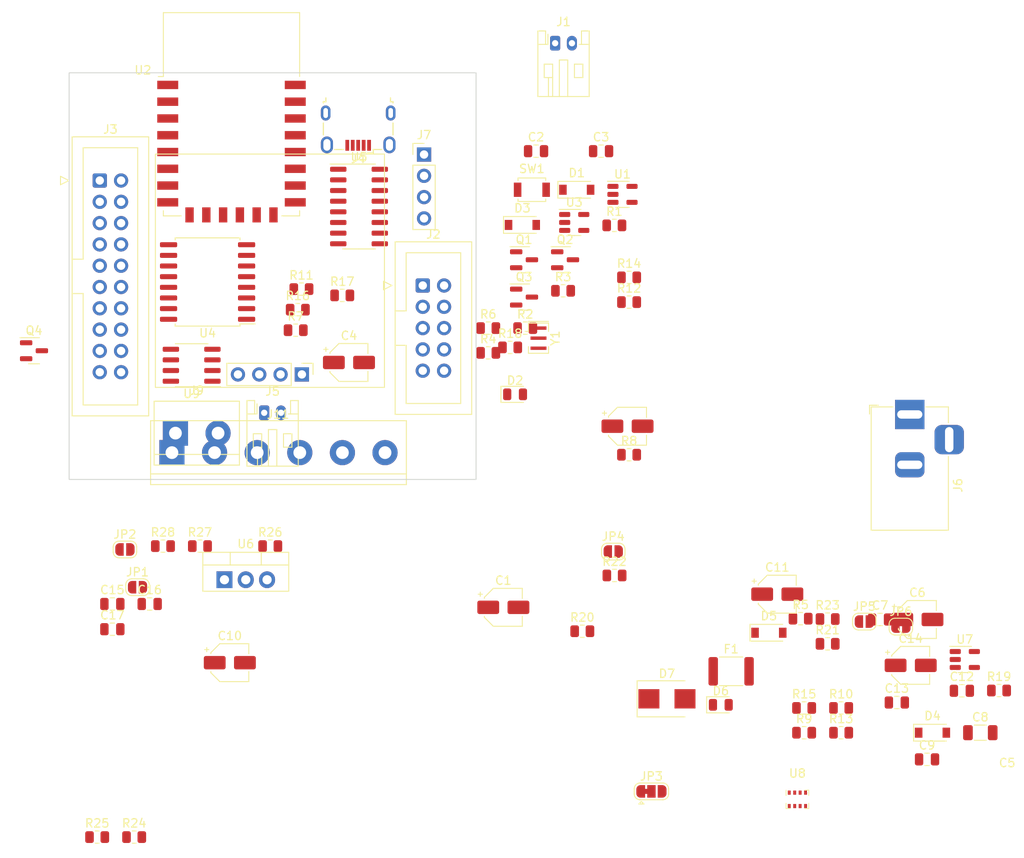
<source format=kicad_pcb>
(kicad_pcb (version 20211014) (generator pcbnew)
  (layers (0 "F.Cu" signal) (31 "B.Cu" signal) (34 "B.Paste" user) (35 "F.Paste" user) (36 "B.SilkS" user "B.Silkscreen") (37 "F.SilkS" user "F.Silkscreen") (38 "B.Mask" user) (39 "F.Mask" user) (44 "Edge.Cuts" user))
  (net 0 "")
  (net 1 "GND")
  (net 2 "/CPU_ESP12F/GPIO12{slash}MISO")
  (net 3 "/CPU_ESP12F/GPIO13{slash}MOSI")
  (net 4 "/CPU_ESP12F/GPIO14{slash}SCK")
  (net 5 "Net-(C2-Pad1)")
  (net 6 "/CPU_ESP12F/GPIO0")
  (net 7 "/CPU_ESP12F/RESET")
  (net 8 "/CPU_ESP12F/GPIO2")
  (net 9 "/CPU_ESP12F/RXD")
  (net 10 "/CPU_ESP12F/ADC")
  (net 11 "/CPU_ESP12F/CH_PD")
  (net 12 "/CPU_ESP12F/GPIO16")
  (net 19 "/CPU_ESP12F/GPIO15")
  (net 20 "Net-(Q2-Pad1)")
  (net 21 "Net-(Q3-Pad1)")
  (net 22 "/psu/VBAT")
  (net 23 "/CPU_ESP12F/GPIO15{slash}CS")
  (net 29 "/psu/VBUS")
  (net 30 "Net-(D1-Pad2)")
  (net 32 "Net-(D2-Pad1)")
  (net 33 "Net-(D3-Pad2)")
  (net 34 "Net-(U5-Pad7)")
  (net 35 "Net-(U5-Pad8)")
  (net 36 "Net-(D4-Pad2)")
  (net 37 "Net-(D5-Pad1)")
  (net 38 "Net-(D6-Pad1)")
  (net 39 "Net-(J4-Pad2)")
  (net 40 "Net-(J4-Pad3)")
  (net 41 "Net-(R3-Pad2)")
  (net 42 "Net-(R4-Pad1)")
  (net 43 "Net-(R5-Pad1)")
  (net 44 "Net-(R18-Pad1)")
  (net 45 "Net-(C1-Pad1)")
  (net 46 "Net-(C12-Pad1)")
  (net 47 "Net-(R19-Pad2)")
  (net 48 "/psu/EVCC")
  (net 49 "/CPU_ESP12F/TXD")
  (net 50 "/CPU_ESP12F/USB_RX")
  (net 51 "/CPU_ESP12F/GPIO5{slash}SCL")
  (net 52 "/CPU_ESP12F/GPIO4{slash}SDA")
  (net 53 "/CPU_ESP12F/DTR")
  (net 54 "/CPU_ESP12F/RTS")
  (net 55 "/CPU_ESP12F/VCC")
  (net 57 "Net-(J3-Pad7)")
  (net 58 "Net-(J3-Pad8)")
  (net 59 "Net-(J3-Pad10)")
  (net 60 "Net-(J3-Pad11)")
  (net 61 "Net-(J3-Pad12)")
  (net 62 "/EXTENTION/M3V3")
  (net 63 "/EXTENTION/M5V")
  (net 64 "Net-(J3-Pad13)")
  (net 65 "Net-(J3-Pad15)")
  (net 66 "Net-(J3-Pad16)")
  (net 67 "Net-(J3-Pad18)")
  (net 68 "Net-(J3-Pad19)")
  (net 69 "Net-(JP3-Pad1)")
  (net 70 "Net-(JP4-Pad2)")
  (net 71 "Net-(JP5-Pad2)")
  (net 72 "Net-(JP6-Pad2)")
  (net 73 "Net-(Q4-Pad1)")
  (net 74 "/EXTENTION/SDA")
  (net 75 "/EXTENTION/SCL")
  (net 76 "Net-(Q4-Pad3)")
  (net 77 "Net-(R20-Pad2)")
  (net 79 "/EXTENTION/GPIO12")
  (net 86 "/EXTENTION/GPIO15")
  (net 87 "/EXTENTION/GPIO14")
  (net 88 "/EXTENTION/GPIO13")
  (footprint "Capacitor_SMD:C_1206_3216Metric" (layer "F.Cu") (at 197.45 114.35)
    (fp_text reference "C8" (at 0 -1.85) (layer "F.SilkS"))
    (fp_text value "10uf")
    (pad "1" smd roundrect (at -1.475 0) (size 1.15 1.8) (layers "F.Cu" "F.Paste" "F.Mask") (roundrect_rratio 0.217391) (net 55 "/CPU_ESP12F/VCC"))
    (pad "2" smd roundrect (at 1.475 0) (size 1.15 1.8) (layers "F.Cu" "F.Paste" "F.Mask") (roundrect_rratio 0.217391) (net 1 "GND"))
  )
  (footprint "Connector_JST:JST_PH_S2B-PH-K_1x02_P2.00mm_Horizontal" (layer "F.Cu") (at 146.775 32.125)
    (fp_text reference "J1" (at 1 -2.55) (layer "F.SilkS"))
    (fp_text value "PV")
    (pad "1" thru_hole roundrect (at 0 0) (size 1.2 1.75) (drill 0.75) (layers *.Cu *.Mask) (roundrect_rratio 0.208333) (net 1 "GND"))
    (pad "2" thru_hole oval (at 2 0) (size 1.2 1.75) (drill 0.75) (layers *.Cu *.Mask) (net 30 "Net-(D1-Pad2)"))
  )
  (footprint "Resistor_SMD:R_0805_2012Metric" (layer "F.Cu") (at 100.03 92.1)
    (fp_text reference "R28" (at 0 -1.65) (layer "F.SilkS"))
    (fp_text value "4K7")
    (pad "1" smd roundrect (at -0.9125 0) (size 1.025 1.4) (layers "F.Cu" "F.Paste" "F.Mask") (roundrect_rratio 0.243902) (net 62 "/EXTENTION/M3V3"))
    (pad "2" smd roundrect (at 0.9125 0) (size 1.025 1.4) (layers "F.Cu" "F.Paste" "F.Mask") (roundrect_rratio 0.243902) (net 87 "/EXTENTION/GPIO14"))
  )
  (footprint "Capacitor_SMD:CP_Elec_4x4.5" (layer "F.Cu") (at 122.2 70.2)
    (fp_text reference "C4" (at 0 -3.2) (layer "F.SilkS"))
    (fp_text value "10UF")
    (pad "1" smd roundrect (at -1.8 0) (size 2.6 1.6) (layers "F.Cu" "F.Paste" "F.Mask") (roundrect_rratio 0.15625) (net 55 "/CPU_ESP12F/VCC"))
    (pad "2" smd roundrect (at 1.8 0) (size 2.6 1.6) (layers "F.Cu" "F.Paste" "F.Mask") (roundrect_rratio 0.15625) (net 1 "GND"))
  )
  (footprint "Button_Switch_SMD:SW_SPST_B3U-1000P-B" (layer "F.Cu") (at 144 49.6)
    (fp_text reference "SW1" (at 0 -2.5) (layer "F.SilkS"))
    (fp_text value "SW_Push")
    (pad "" np_thru_hole circle (at 0 0) (size 0.8 0.8) (drill 0.8) (layers *.Cu *.Mask))
    (pad "1" smd rect (at -1.7 0) (size 0.9 1.7) (layers "F.Cu" "F.Paste" "F.Mask") (net 1 "GND"))
    (pad "2" smd rect (at 1.7 0) (size 0.9 1.7) (layers "F.Cu" "F.Paste" "F.Mask") (net 7 "/CPU_ESP12F/RESET"))
  )
  (footprint "Diode_SMD:D_SOD-123" (layer "F.Cu") (at 149.35 49.6)
    (fp_text reference "D1" (at 0 -2) (layer "F.SilkS"))
    (fp_text value "MBR0540")
    (pad "1" smd rect (at -1.65 0) (size 0.9 1.2) (layers "F.Cu" "F.Paste" "F.Mask") (net 29 "/psu/VBUS"))
    (pad "2" smd rect (at 1.65 0) (size 0.9 1.2) (layers "F.Cu" "F.Paste" "F.Mask") (net 30 "Net-(D1-Pad2)"))
  )
  (footprint "Package_TO_SOT_SMD:SOT-23" (layer "F.Cu") (at 147.96 57.95)
    (fp_text reference "Q2" (at 0 -2.4) (layer "F.SilkS"))
    (fp_text value "MMBT3904")
    (pad "1" smd roundrect (at -0.9375 -0.95) (size 1.475 0.6) (layers "F.Cu" "F.Paste" "F.Mask") (net 20 "Net-(Q2-Pad1)"))
    (pad "2" smd roundrect (at -0.9375 0.95) (size 1.475 0.6) (layers "F.Cu" "F.Paste" "F.Mask") (net 53 "/CPU_ESP12F/DTR"))
    (pad "3" smd roundrect (at 0.9375 0) (size 1.475 0.6) (layers "F.Cu" "F.Paste" "F.Mask") (net 6 "/CPU_ESP12F/GPIO0"))
  )
  (footprint "Resistor_SMD:R_0805_2012Metric" (layer "F.Cu") (at 115.85 66.35)
    (fp_text reference "R7" (at 0 -1.65) (layer "F.SilkS"))
    (fp_text value "4K7")
    (pad "1" smd roundrect (at -0.9125 0) (size 1.025 1.4) (layers "F.Cu" "F.Paste" "F.Mask") (roundrect_rratio 0.243902) (net 19 "/CPU_ESP12F/GPIO15"))
    (pad "2" smd roundrect (at 0.9125 0) (size 1.025 1.4) (layers "F.Cu" "F.Paste" "F.Mask") (roundrect_rratio 0.243902) (net 1 "GND"))
  )
  (footprint "Resistor_SMD:R_0805_2012Metric" (layer "F.Cu") (at 153.85 95.6)
    (fp_text reference "R22" (at 0 -1.65) (layer "F.SilkS"))
    (fp_text value "4K7")
    (pad "1" smd roundrect (at -0.9125 0) (size 1.025 1.4) (layers "F.Cu" "F.Paste" "F.Mask") (roundrect_rratio 0.243902) (net 59 "Net-(J3-Pad10)"))
    (pad "2" smd roundrect (at 0.9125 0) (size 1.025 1.4) (layers "F.Cu" "F.Paste" "F.Mask") (roundrect_rratio 0.243902) (net 58 "Net-(J3-Pad8)"))
  )
  (footprint "Package_TO_SOT_THT:TO-220-3_Vertical" (layer "F.Cu") (at 107.36 96.11)
    (fp_text reference "U6" (at 2.54 -4.27) (layer "F.SilkS"))
    (fp_text value "LM7805_TO220")
    (pad "1" thru_hole rect (at 0 0) (size 1.905 2) (drill 1.1) (layers *.Cu *.Mask) (net 33 "Net-(D3-Pad2)"))
    (pad "2" thru_hole oval (at 2.54 0) (size 1.905 2) (drill 1.1) (layers *.Cu *.Mask) (net 1 "GND"))
    (pad "3" thru_hole oval (at 5.08 0) (size 1.905 2) (drill 1.1) (layers *.Cu *.Mask) (net 29 "/psu/VBUS"))
  )
  (footprint "Connector_PinHeader_2.54mm:PinHeader_1x04_P2.54mm_Vertical" (layer "F.Cu") (at 101.35 73.25 -90)
    (fp_text reference "J8" hide)
    (fp_text value "oled0.95")
    (pad "1" thru_hole rect (at -1.625632 -15.24 270) (size 1.7 1.7) (drill 1) (layers *.Cu *.Mask) (net 62 "/EXTENTION/M3V3"))
    (pad "2" thru_hole oval (at -1.625632 -12.7 270) (size 1.7 1.7) (drill 1) (layers *.Cu *.Mask) (net 1 "GND"))
    (pad "3" thru_hole oval (at -1.625632 -10.16 270) (size 1.7 1.7) (drill 1) (layers *.Cu *.Mask) (net 75 "/EXTENTION/SCL"))
    (pad "4" thru_hole oval (at -1.625632 -7.62 270) (size 1.7 1.7) (drill 1) (layers *.Cu *.Mask) (net 74 "/EXTENTION/SDA"))
  )
  (footprint "Jumper:SolderJumper-3_P1.3mm_Bridged12_RoundedPad1.0x1.5mm" (layer "F.Cu") (at 158.25 121.35)
    (fp_text reference "JP3" (at 0 -1.8) (layer "F.SilkS"))
    (fp_text value "BMP_ADD")
    (fp_poly (pts (xy -0.9 -0.3) (xy -0.4 -0.3) (xy -0.4 0.3) (xy -0.9 0.3)) (layer "F.Cu") (width 0) (fill solid))
    (pad "1" smd custom (at -1.3 0) (size 1 0.5) (layers "F.Cu" "F.Mask") (net 69 "Net-(JP3-Pad1)") (options (clearance outline) (anchor rect)) (primitives (gr_circle (center 0 0.25) (end 0.5 0.25) (width 0) (fill yes)) (gr_circle (center 0 -0.25) (end 0.5 -0.25) (width 0) (fill yes)) (gr_poly (pts (xy 0.55 0.75) (xy 0 0.75) (xy 0 -0.75) (xy 0.55 -0.75)) (width 0) (fill yes))))
    (pad "2" smd rect (at 0 0) (size 1 1.5) (layers "F.Cu" "F.Mask") (net 1 "GND"))
    (pad "3" smd custom (at 1.3 0) (size 1 0.5) (layers "F.Cu" "F.Mask") (net 62 "/EXTENTION/M3V3") (options (clearance outline) (anchor rect)) (primitives (gr_circle (center 0 0.25) (end 0.5 0.25) (width 0) (fill yes)) (gr_circle (center 0 -0.25) (end 0.5 -0.25) (width 0) (fill yes)) (gr_poly (pts (xy 0 0.75) (xy -0.55 0.75) (xy -0.55 -0.75) (xy 0 -0.75)) (width 0) (fill yes))))
  )
  (footprint "Package_LGA:Bosch_LGA-8_2x2.5mm_P0.65mm_ClockwisePinNumbering" (layer "F.Cu") (at 175.65 122.3)
    (fp_text reference "U8" (at 0 -3.1) (layer "F.SilkS"))
    (fp_text value "BMP280")
    (pad "1" smd rect (at -0.975 -0.8 90) (size 0.5 0.35) (layers "F.Cu" "F.Paste" "F.Mask") (net 1 "GND"))
    (pad "2" smd rect (at -0.325 -0.8 90) (size 0.5 0.35) (layers "F.Cu" "F.Paste" "F.Mask") (net 62 "/EXTENTION/M3V3"))
    (pad "3" smd rect (at 0.325 -0.8 90) (size 0.5 0.35) (layers "F.Cu" "F.Paste" "F.Mask") (net 74 "/EXTENTION/SDA"))
    (pad "4" smd rect (at 0.975 -0.8 90) (size 0.5 0.35) (layers "F.Cu" "F.Paste" "F.Mask") (net 75 "/EXTENTION/SCL"))
    (pad "5" smd rect (at 0.975 0.8 90) (size 0.5 0.35) (layers "F.Cu" "F.Paste" "F.Mask") (net 69 "Net-(JP3-Pad1)"))
    (pad "6" smd rect (at 0.325 0.8 90) (size 0.5 0.35) (layers "F.Cu" "F.Paste" "F.Mask") (net 62 "/EXTENTION/M3V3"))
    (pad "7" smd rect (at -0.325 0.8 90) (size 0.5 0.35) (layers "F.Cu" "F.Paste" "F.Mask") (net 1 "GND"))
    (pad "8" smd rect (at -0.975 0.8 90) (size 0.5 0.35) (layers "F.Cu" "F.Paste" "F.Mask") (net 62 "/EXTENTION/M3V3"))
  )
  (footprint "Capacitor_SMD:CP_Elec_4x4.5" (layer "F.Cu") (at 189.15 106.32)
    (fp_text reference "C14" (at 0 -3.2) (layer "F.SilkS"))
    (fp_text value "10UF")
    (pad "1" smd roundrect (at -1.8 0) (size 2.6 1.6) (layers "F.Cu" "F.Paste" "F.Mask") (roundrect_rratio 0.15625) (net 48 "/psu/EVCC"))
    (pad "2" smd roundrect (at 1.8 0) (size 2.6 1.6) (layers "F.Cu" "F.Paste" "F.Mask") (roundrect_rratio 0.15625) (net 1 "GND"))
  )
  (footprint "Capacitor_SMD:C_0805_2012Metric" (layer "F.Cu") (at 185.5 100.85)
    (fp_text reference "C7" (at 0 -1.68) (layer "F.SilkS"))
    (fp_text value "10NF")
    (pad "1" smd roundrect (at -0.95 0) (size 1 1.45) (layers "F.Cu" "F.Paste" "F.Mask") (net 10 "/CPU_ESP12F/ADC"))
    (pad "2" smd roundrect (at 0.95 0) (size 1 1.45) (layers "F.Cu" "F.Paste" "F.Mask") (net 1 "GND"))
  )
  (footprint "Diode_SMD:D_SOD-123" (layer "F.Cu") (at 191.75 114.35)
    (fp_text reference "D4" (at 0 -2) (layer "F.SilkS"))
    (fp_text value "1N4148W")
    (pad "1" smd rect (at -1.65 0) (size 0.9 1.2) (layers "F.Cu" "F.Paste" "F.Mask") (net 29 "/psu/VBUS"))
    (pad "2" smd rect (at 1.65 0) (size 0.9 1.2) (layers "F.Cu" "F.Paste" "F.Mask") (net 36 "Net-(D4-Pad2)"))
  )
  (footprint "Jumper:SolderJumper-2_P1.3mm_Open_RoundedPad1.0x1.5mm" (layer "F.Cu") (at 153.7 92.75)
    (fp_text reference "JP4" (at 0 -1.8) (layer "F.SilkS"))
    (fp_text value "SolderJumper_2_Open")
    (pad "1" smd custom (at -0.65 0) (size 1 0.5) (layers "F.Cu" "F.Mask") (net 1 "GND") (options (clearance outline) (anchor rect)) (primitives (gr_circle (center 0 0.25) (end 0.5 0.25) (width 0) (fill yes)) (gr_circle (center 0 -0.25) (end 0.5 -0.25) (width 0) (fill yes)) (gr_poly (pts (xy 0.5 0.75) (xy 0 0.75) (xy 0 -0.75) (xy 0.5 -0.75)) (width 0) (fill yes))))
    (pad "2" smd custom (at 0.65 0) (size 1 0.5) (layers "F.Cu" "F.Mask") (net 70 "Net-(JP4-Pad2)") (options (clearance outline) (anchor rect)) (primitives (gr_circle (center 0 0.25) (end 0.5 0.25) (width 0) (fill yes)) (gr_circle (center 0 -0.25) (end 0.5 -0.25) (width 0) (fill yes)) (gr_poly (pts (xy 0 0.75) (xy -0.5 0.75) (xy -0.5 -0.75) (xy 0 -0.75)) (width 0) (fill yes))))
  )
  (footprint "Diode_SMD:D_SOD-123" (layer "F.Cu") (at 172.25 102.43)
    (fp_text reference "D5" (at 0 -2) (layer "F.SilkS"))
    (fp_text value "MBR0540")
    (pad "1" smd rect (at -1.65 0) (size 0.9 1.2) (layers "F.Cu" "F.Paste" "F.Mask") (net 37 "Net-(D5-Pad1)"))
    (pad "2" smd rect (at 1.65 0) (size 0.9 1.2) (layers "F.Cu" "F.Paste" "F.Mask") (net 29 "/psu/VBUS"))
  )
  (footprint "Resistor_SMD:R_0805_2012Metric" (layer "F.Cu") (at 176.03 100.75)
    (fp_text reference "R5" (at 0 -1.65) (layer "F.SilkS"))
    (fp_text value "4K7")
    (pad "1" smd roundrect (at -0.9125 0) (size 1.025 1.4) (layers "F.Cu" "F.Paste" "F.Mask") (roundrect_rratio 0.243902) (net 43 "Net-(R5-Pad1)"))
    (pad "2" smd roundrect (at 0.9125 0) (size 1.025 1.4) (layers "F.Cu" "F.Paste" "F.Mask") (roundrect_rratio 0.243902) (net 38 "Net-(D6-Pad1)"))
  )
  (footprint "Connector_BarrelJack:BarrelJack_Horizontal" (layer "F.Cu") (at 189.0425 76.4 90)
    (fp_text reference "J6" (at -8.45 5.75 90) (layer "F.SilkS"))
    (fp_text value "5V ONLY!!")
    (pad "1" thru_hole rect (at 0 0 90) (size 3.5 3.5) (drill oval 1 3) (layers *.Cu *.Mask) (net 33 "Net-(D3-Pad2)"))
    (pad "2" thru_hole roundrect (at -6 0 90) (size 3 3.5) (drill oval 1 3) (layers *.Cu *.Mask) (net 1 "GND"))
    (pad "3" thru_hole roundrect (at -3 4.7 90) (size 3.5 3.5) (drill oval 3 1) (layers *.Cu *.Mask) (net 1 "GND"))
  )
  (footprint "Capacitor_SMD:CP_Elec_4x4.5" (layer "F.Cu") (at 173.25 97.83)
    (fp_text reference "C11" (at 0 -3.2) (layer "F.SilkS"))
    (fp_text value "10UF")
    (pad "1" smd roundrect (at -1.8 0) (size 2.6 1.6) (layers "F.Cu" "F.Paste" "F.Mask") (roundrect_rratio 0.15625) (net 29 "/psu/VBUS"))
    (pad "2" smd roundrect (at 1.8 0) (size 2.6 1.6) (layers "F.Cu" "F.Paste" "F.Mask") (roundrect_rratio 0.15625) (net 1 "GND"))
  )
  (footprint "Resistor_SMD:R_0805_2012Metric" (layer "F.Cu") (at 155.59 60.05)
    (fp_text reference "R14" (at 0 -1.65) (layer "F.SilkS"))
    (fp_text value "10K")
    (pad "1" smd roundrect (at -0.9125 0) (size 1.025 1.4) (layers "F.Cu" "F.Paste" "F.Mask") (roundrect_rratio 0.243902) (net 55 "/CPU_ESP12F/VCC"))
    (pad "2" smd roundrect (at 0.9125 0) (size 1.025 1.4) (layers "F.Cu" "F.Paste" "F.Mask") (roundrect_rratio 0.243902) (net 7 "/CPU_ESP12F/RESET"))
  )
  (footprint "Resistor_SMD:R_0805_2012Metric" (layer "F.Cu") (at 147.72 61.65)
    (fp_text reference "R3" (at 0 -1.65) (layer "F.SilkS"))
    (fp_text value "10K")
    (pad "1" smd roundrect (at -0.9125 0) (size 1.025 1.4) (layers "F.Cu" "F.Paste" "F.Mask") (roundrect_rratio 0.243902) (net 45 "Net-(C1-Pad1)"))
    (pad "2" smd roundrect (at 0.9125 0) (size 1.025 1.4) (layers "F.Cu" "F.Paste" "F.Mask") (roundrect_rratio 0.243902) (net 41 "Net-(R3-Pad2)"))
  )
  (footprint "Resistor_SMD:R_0805_2012Metric" (layer "F.Cu") (at 96.6 126.8)
    (fp_text reference "R24" (at 0 -1.65) (layer "F.SilkS"))
    (fp_text value "4K7")
    (pad "1" smd roundrect (at -0.9125 0) (size 1.025 1.4) (layers "F.Cu" "F.Paste" "F.Mask") (roundrect_rratio 0.243902) (net 86 "/EXTENTION/GPIO15"))
    (pad "2" smd roundrect (at 0.9125 0) (size 1.025 1.4) (layers "F.Cu" "F.Paste" "F.Mask") (roundrect_rratio 0.243902) (net 73 "Net-(Q4-Pad1)"))
  )
  (footprint "Package_TO_SOT_SMD:SOT-23" (layer "F.Cu") (at 84.6625 68.8)
    (fp_text reference "Q4" (at 0 -2.4) (layer "F.SilkS"))
    (fp_text value "MMBT3904")
    (pad "1" smd roundrect (at -0.9375 -0.95) (size 1.475 0.6) (layers "F.Cu" "F.Paste" "F.Mask") (net 73 "Net-(Q4-Pad1)"))
    (pad "2" smd roundrect (at -0.9375 0.95) (size 1.475 0.6) (layers "F.Cu" "F.Paste" "F.Mask") (net 1 "GND"))
    (pad "3" smd roundrect (at 0.9375 0) (size 1.475 0.6) (layers "F.Cu" "F.Paste" "F.Mask") (net 76 "Net-(Q4-Pad3)"))
  )
  (footprint "Capacitor_SMD:C_0805_2012Metric" (layer "F.Cu") (at 195.25 109.35)
    (fp_text reference "C12" (at 0 -1.68) (layer "F.SilkS"))
    (fp_text value "470pf")
    (pad "1" smd roundrect (at -0.95 0) (size 1 1.45) (layers "F.Cu" "F.Paste" "F.Mask") (net 46 "Net-(C12-Pad1)"))
    (pad "2" smd roundrect (at 0.95 0) (size 1 1.45) (layers "F.Cu" "F.Paste" "F.Mask") (net 1 "GND"))
  )
  (footprint "Diode_SMD:D_SMB" (layer "F.Cu") (at 160.1 110.31)
    (fp_text reference "D7" (at 0 -3) (layer "F.SilkS"))
    (fp_text value "SM6T10A")
    (pad "1" smd rect (at -2.15 0) (size 2.5 2.3) (layers "F.Cu" "F.Paste" "F.Mask") (net 45 "Net-(C1-Pad1)"))
    (pad "2" smd rect (at 2.15 0) (size 2.5 2.3) (layers "F.Cu" "F.Paste" "F.Mask") (net 1 "GND"))
  )
  (footprint "Capacitor_SMD:C_0805_2012Metric" (layer "F.Cu") (at 144.5 45)
    (fp_text reference "C2" (at 0 -1.68) (layer "F.SilkS"))
    (fp_text value "470pf")
    (pad "1" smd roundrect (at -0.95 0) (size 1 1.45) (layers "F.Cu" "F.Paste" "F.Mask") (net 5 "Net-(C2-Pad1)"))
    (pad "2" smd roundrect (at 0.95 0) (size 1 1.45) (layers "F.Cu" "F.Paste" "F.Mask") (net 1 "GND"))
  )
  (footprint "Resistor_SMD:R_0805_2012Metric" (layer "F.Cu") (at 155.59 63)
    (fp_text reference "R12" (at 0 -1.65) (layer "F.SilkS"))
    (fp_text value "10K")
    (pad "1" smd roundrect (at -0.9125 0) (size 1.025 1.4) (layers "F.Cu" "F.Paste" "F.Mask") (roundrect_rratio 0.243902) (net 55 "/CPU_ESP12F/VCC"))
    (pad "2" smd roundrect (at 0.9125 0) (size 1.025 1.4) (layers "F.Cu" "F.Paste" "F.Mask") (roundrect_rratio 0.243902) (net 11 "/CPU_ESP12F/CH_PD"))
  )
  (footprint "Jumper:SolderJumper-2_P1.3mm_Open_RoundedPad1.0x1.5mm" (layer "F.Cu") (at 95.5 92.5)
    (fp_text reference "JP2" (at 0 -1.8) (layer "F.SilkS"))
    (fp_text value "EVCC")
    (pad "1" smd custom (at -0.65 0) (size 1 0.5) (layers "F.Cu" "F.Mask") (net 55 "/CPU_ESP12F/VCC") (options (clearance outline) (anchor rect)) (primitives (gr_circle (center 0 0.25) (end 0.5 0.25) (width 0) (fill yes)) (gr_circle (center 0 -0.25) (end 0.5 -0.25) (width 0) (fill yes)) (gr_poly (pts (xy 0.5 0.75) (xy 0 0.75) (xy 0 -0.75) (xy 0.5 -0.75)) (width 0) (fill yes))))
    (pad "2" smd custom (at 0.65 0) (size 1 0.5) (layers "F.Cu" "F.Mask") (net 48 "/psu/EVCC") (options (clearance outline) (anchor rect)) (primitives (gr_circle (center 0 0.25) (end 0.5 0.25) (width 0) (fill yes)) (gr_circle (center 0 -0.25) (end 0.5 -0.25) (width 0) (fill yes)) (gr_poly (pts (xy 0 0.75) (xy -0.5 0.75) (xy -0.5 -0.75) (xy 0 -0.75)) (width 0) (fill yes))))
  )
  (footprint "Diode_SMD:D_0805_2012Metric" (layer "F.Cu") (at 142 74)
    (fp_text reference "D2" (at 0 -1.65) (layer "F.SilkS"))
    (fp_text value "BLUE")
    (pad "1" smd roundrect (at -0.9375 0) (size 0.975 1.4) (layers "F.Cu" "F.Paste" "F.Mask") (net 32 "Net-(D2-Pad1)"))
    (pad "2" smd roundrect (at 0.9375 0) (size 0.975 1.4) (layers "F.Cu" "F.Paste" "F.Mask") (net 55 "/CPU_ESP12F/VCC"))
  )
  (footprint "Package_TO_SOT_SMD:SOT-23" (layer "F.Cu") (at 143.07 62.4)
    (fp_text reference "Q3" (at 0 -2.4) (layer "F.SilkS"))
    (fp_text value "MMBT3904")
    (pad "1" smd roundrect (at -0.9375 -0.95) (size 1.475 0.6) (layers "F.Cu" "F.Paste" "F.Mask") (net 21 "Net-(Q3-Pad1)"))
    (pad "2" smd roundrect (at -0.9375 0.95) (size 1.475 0.6) (layers "F.Cu" "F.Paste" "F.Mask") (net 7 "/CPU_ESP12F/RESET"))
    (pad "3" smd roundrect (at 0.9375 0) (size 1.475 0.6) (layers "F.Cu" "F.Paste" "F.Mask") (net 54 "/CPU_ESP12F/RTS"))
  )
  (footprint "Diode_SMD:D_SOD-123" (layer "F.Cu") (at 142.87 53.795)
    (fp_text reference "D3" (at 0 -2) (layer "F.SilkS"))
    (fp_text value "MBR0540")
    (pad "1" smd rect (at -1.65 0) (size 0.9 1.2) (layers "F.Cu" "F.Paste" "F.Mask") (net 29 "/psu/VBUS"))
    (pad "2" smd rect (at 1.65 0) (size 0.9 1.2) (layers "F.Cu" "F.Paste" "F.Mask") (net 33 "Net-(D3-Pad2)"))
  )
  (footprint "Resistor_SMD:R_0805_2012Metric" (layer "F.Cu") (at 176.45 114.35)
    (fp_text reference "R9" (at 0 -1.65) (layer "F.SilkS"))
    (fp_text value "10K")
    (pad "1" smd roundrect (at -0.9125 0) (size 1.025 1.4) (layers "F.Cu" "F.Paste" "F.Mask") (roundrect_rratio 0.243902) (net 55 "/CPU_ESP12F/VCC"))
    (pad "2" smd roundrect (at 0.9125 0) (size 1.025 1.4) (layers "F.Cu" "F.Paste" "F.Mask") (roundrect_rratio 0.243902) (net 8 "/CPU_ESP12F/GPIO2"))
  )
  (footprint "Resistor_SMD:R_0805_2012Metric" (layer "F.Cu") (at 176.45 111.4)
    (fp_text reference "R15" (at 0 -1.65) (layer "F.SilkS"))
    (fp_text value "4K7")
    (pad "1" smd roundrect (at -0.9125 0) (size 1.025 1.4) (layers "F.Cu" "F.Paste" "F.Mask") (roundrect_rratio 0.243902) (net 55 "/CPU_ESP12F/VCC"))
    (pad "2" smd roundrect (at 0.9125 0) (size 1.025 1.4) (layers "F.Cu" "F.Paste" "F.Mask") (roundrect_rratio 0.243902) (net 23 "/CPU_ESP12F/GPIO15{slash}CS"))
  )
  (footprint "Resistor_SMD:R_0805_2012Metric" (layer "F.Cu") (at 143.21 66.1)
    (fp_text reference "R2" (at 0 -1.65) (layer "F.SilkS"))
    (fp_text value "100K")
    (pad "1" smd roundrect (at -0.9125 0) (size 1.025 1.4) (layers "F.Cu" "F.Paste" "F.Mask") (roundrect_rratio 0.243902) (net 29 "/psu/VBUS"))
    (pad "2" smd roundrect (at 0.9125 0) (size 1.025 1.4) (layers "F.Cu" "F.Paste" "F.Mask") (roundrect_rratio 0.243902) (net 1 "GND"))
  )
  (footprint "Connector_IDC:IDC-Header_2x05_P2.54mm_Vertical" (layer "F.Cu") (at 130.9975 61.02)
    (fp_text reference "J2" (at 1.27 -6.1) (layer "F.SilkS"))
    (fp_text value "Conn_02x05_Odd_Even")
    (pad "1" thru_hole roundrect (at 0 0) (size 1.7 1.7) (drill 1) (layers *.Cu *.Mask) (roundrect_rratio 0.147059) (net 55 "/CPU_ESP12F/VCC"))
    (pad "2" thru_hole circle (at 2.54 0) (size 1.7 1.7) (drill 1) (layers *.Cu *.Mask) (net 1 "GND"))
    (pad "3" thru_hole circle (at 0 2.54) (size 1.7 1.7) (drill 1) (layers *.Cu *.Mask) (net 49 "/CPU_ESP12F/TXD"))
    (pad "4" thru_hole circle (at 2.54 2.54) (size 1.7 1.7) (drill 1) (layers *.Cu *.Mask) (net 50 "/CPU_ESP12F/USB_RX"))
    (pad "5" thru_hole circle (at 0 5.08) (size 1.7 1.7) (drill 1) (layers *.Cu *.Mask) (net 51 "/CPU_ESP12F/GPIO5{slash}SCL"))
    (pad "6" thru_hole circle (at 2.54 5.08) (size 1.7 1.7) (drill 1) (layers *.Cu *.Mask) (net 52 "/CPU_ESP12F/GPIO4{slash}SDA"))
    (pad "7" thru_hole circle (at 0 7.62) (size 1.7 1.7) (drill 1) (layers *.Cu *.Mask) (net 2 "/CPU_ESP12F/GPIO12{slash}MISO"))
    (pad "8" thru_hole circle (at 2.54 7.62) (size 1.7 1.7) (drill 1) (layers *.Cu *.Mask) (net 3 "/CPU_ESP12F/GPIO13{slash}MOSI"))
    (pad "9" thru_hole circle (at 0 10.16) (size 1.7 1.7) (drill 1) (layers *.Cu *.Mask) (net 4 "/CPU_ESP12F/GPIO14{slash}SCK"))
    (pad "10" thru_hole circle (at 2.54 10.16) (size 1.7 1.7) (drill 1) (layers *.Cu *.Mask) (net 23 "/CPU_ESP12F/GPIO15{slash}CS"))
  )
  (footprint "Resistor_SMD:R_0805_2012Metric" (layer "F.Cu") (at 116.5375 61.45)
    (fp_text reference "R11" (at 0 -1.65) (layer "F.SilkS"))
    (fp_text value "10K")
    (pad "1" smd roundrect (at -0.9125 0) (size 1.025 1.4) (layers "F.Cu" "F.Paste" "F.Mask") (roundrect_rratio 0.243902) (net 53 "/CPU_ESP12F/DTR"))
    (pad "2" smd roundrect (at 0.9125 0) (size 1.025 1.4) (layers "F.Cu" "F.Paste" "F.Mask") (roundrect_rratio 0.243902) (net 21 "Net-(Q3-Pad1)"))
  )
  (footprint "Connector_JST:JST_PH_S2B-PH-K_1x02_P2.00mm_Horizontal" (layer "F.Cu") (at 112.1 76.2)
    (fp_text reference "J5" (at 1 -2.55) (layer "F.SilkS"))
    (fp_text value "BATT")
    (pad "1" thru_hole roundrect (at 0 0) (size 1.2 1.75) (drill 0.75) (layers *.Cu *.Mask) (roundrect_rratio 0.208333) (net 1 "GND"))
    (pad "2" thru_hole oval (at 2 0) (size 1.2 1.75) (drill 0.75) (layers *.Cu *.Mask) (net 22 "/psu/VBAT"))
  )
  (footprint "Resistor_SMD:R_0805_2012Metric" (layer "F.Cu") (at 138.8 69.05)
    (fp_text reference "R4" (at 0 -1.65) (layer "F.SilkS"))
    (fp_text value "4K7")
    (pad "1" smd roundrect (at -0.9125 0) (size 1.025 1.4) (layers "F.Cu" "F.Paste" "F.Mask") (roundrect_rratio 0.243902) (net 42 "Net-(R4-Pad1)"))
    (pad "2" smd roundrect (at 0.9125 0) (size 1.025 1.4) (layers "F.Cu" "F.Paste" "F.Mask") (roundrect_rratio 0.243902) (net 1 "GND"))
  )
  (footprint "Capacitor_SMD:C_0805_2012Metric" (layer "F.Cu") (at 94 102.01)
    (fp_text reference "C17" (at 0 -1.68) (layer "F.SilkS"))
    (fp_text value "100nf")
    (pad "1" smd roundrect (at -0.95 0) (size 1 1.45) (layers "F.Cu" "F.Paste" "F.Mask") (net 62 "/EXTENTION/M3V3"))
    (pad "2" smd roundrect (at 0.95 0) (size 1 1.45) (layers "F.Cu" "F.Paste" "F.Mask") (net 1 "GND"))
  )
  (footprint "Capacitor_SMD:CP_Elec_4x4.5" (layer "F.Cu") (at 189.95 100.85)
    (fp_text reference "C6" (at 0 -3.2) (layer "F.SilkS"))
    (fp_text value "10UF")
    (pad "1" smd roundrect (at -1.8 0) (size 2.6 1.6) (layers "F.Cu" "F.Paste" "F.Mask") (roundrect_rratio 0.15625) (net 22 "/psu/VBAT"))
    (pad "2" smd roundrect (at 1.8 0) (size 2.6 1.6) (layers "F.Cu" "F.Paste" "F.Mask") (roundrect_rratio 0.15625) (net 1 "GND"))
  )
  (footprint "Resistor_SMD:R_0805_2012Metric" (layer "F.Cu") (at 104.44 92.1)
    (fp_text reference "R27" (at 0 -1.65) (layer "F.SilkS"))
    (fp_text value "4K7")
    (pad "1" smd roundrect (at -0.9125 0) (size 1.025 1.4) (layers "F.Cu" "F.Paste" "F.Mask") (roundrect_rratio 0.243902) (net 62 "/EXTENTION/M3V3"))
    (pad "2" smd roundrect (at 0.9125 0) (size 1.025 1.4) (layers "F.Cu" "F.Paste" "F.Mask") (roundrect_rratio 0.243902) (net 79 "/EXTENTION/GPIO12"))
  )
  (footprint "Capacitor_SMD:C_0805_2012Metric" (layer "F.Cu") (at 191.1 117.53)
    (fp_text reference "C9" (at 0 -1.68) (layer "F.SilkS"))
    (fp_text value "100nf")
    (pad "1" smd roundrect (at -0.95 0) (size 1 1.45) (layers "F.Cu" "F.Paste" "F.Mask") (net 1 "GND"))
    (pad "2" smd roundrect (at 0.95 0) (size 1 1.45) (layers "F.Cu" "F.Paste" "F.Mask") (net 55 "/CPU_ESP12F/VCC"))
  )
  (footprint "Resistor_SMD:R_0805_2012Metric" (layer "F.Cu") (at 138.8 66.1)
    (fp_text reference "R6" (at 0 -1.65) (layer "F.SilkS"))
    (fp_text value "1K")
    (pad "1" smd roundrect (at -0.9125 0) (size 1.025 1.4) (layers "F.Cu" "F.Paste" "F.Mask") (roundrect_rratio 0.243902) (net 9 "/CPU_ESP12F/RXD"))
    (pad "2" smd roundrect (at 0.9125 0) (size 1.025 1.4) (layers "F.Cu" "F.Paste" "F.Mask") (roundrect_rratio 0.243902) (net 50 "/CPU_ESP12F/USB_RX"))
  )
  (footprint "Capacitor_SMD:C_0805_2012Metric" (layer "F.Cu") (at 152.25 45)
    (fp_text reference "C3" (at 0 -1.68) (layer "F.SilkS"))
    (fp_text value "100nf")
    (pad "1" smd roundrect (at -0.95 0) (size 1 1.45) (layers "F.Cu" "F.Paste" "F.Mask") (net 55 "/CPU_ESP12F/VCC"))
    (pad "2" smd roundrect (at 0.95 0) (size 1 1.45) (layers "F.Cu" "F.Paste" "F.Mask") (net 1 "GND"))
  )
  (footprint "Resistor_SMD:R_0805_2012Metric" (layer "F.Cu") (at 116.1 63.9)
    (fp_text reference "R16" (at 0 -1.65) (layer "F.SilkS"))
    (fp_text value "22K")
    (pad "1" smd roundrect (at -0.9125 0) (size 1.025 1.4) (layers "F.Cu" "F.Paste" "F.Mask") (roundrect_rratio 0.243902) (net 22 "/psu/VBAT"))
    (pad "2" smd roundrect (at 0.9125 0) (size 1.025 1.4) (layers "F.Cu" "F.Paste" "F.Mask") (roundrect_rratio 0.243902) (net 10 "/CPU_ESP12F/ADC"))
  )
  (footprint "Resistor_SMD:R_0805_2012Metric" (layer "F.Cu") (at 121.4 62.2)
    (fp_text reference "R17" (at 0 -1.65) (layer "F.SilkS"))
    (fp_text value "4K9")
    (pad "1" smd roundrect (at -0.9125 0) (size 1.025 1.4) (layers "F.Cu" "F.Paste" "F.Mask") (roundrect_rratio 0.243902) (net 10 "/CPU_ESP12F/ADC"))
    (pad "2" smd roundrect (at 0.9125 0) (size 1.025 1.4) (layers "F.Cu" "F.Paste" "F.Mask") (roundrect_rratio 0.243902) (net 1 "GND"))
  )
  (footprint "TerminalBlock:TerminalBlock_bornier-2_P5.08mm" (layer "F.Cu") (at 101.52 78.625)
    (fp_text reference "J9" (at 2.54 -5.08) (layer "F.SilkS"))
    (fp_text value "Screw_Terminal_01x02")
    (pad "1" thru_hole rect (at 0 0) (size 3 3) (drill 1.52) (layers *.Cu *.Mask) (net 59 "Net-(J3-Pad10)"))
    (pad "2" thru_hole circle (at 5.08 0) (size 3 3) (drill 1.52) (layers *.Cu *.Mask) (net 58 "Net-(J3-Pad8)"))
  )
  (footprint "Resistor_SMD:R_0805_2012Metric" (layer "F.Cu") (at 141.41 68.4)
    (fp_text reference "R18" (at 0 -1.65) (layer "F.SilkS"))
    (fp_text value "470")
    (pad "1" smd roundrect (at -0.9125 0) (size 1.025 1.4) (layers "F.Cu" "F.Paste" "F.Mask") (roundrect_rratio 0.243902) (net 44 "Net-(R18-Pad1)"))
    (pad "2" smd roundrect (at 0.9125 0) (size 1.025 1.4) (layers "F.Cu" "F.Paste" "F.Mask") (roundrect_rratio 0.243902) (net 49 "/CPU_ESP12F/TXD"))
  )
  (footprint "RF_Module:ESP-12E" (layer "F.Cu") (at 108.2 40.6)
    (fp_text reference "U2" (at -10.56 -5.26) (layer "F.SilkS"))
    (fp_text value "ESP-12F")
    (pad "1" smd rect (at -7.6 -3.5) (size 2.5 1) (layers "F.Cu" "F.Paste" "F.Mask") (net 7 "/CPU_ESP12F/RESET"))
    (pad "2" smd rect (at -7.6 -1.5) (size 2.5 1) (layers "F.Cu" "F.Paste" "F.Mask") (net 10 "/CPU_ESP12F/ADC"))
    (pad "3" smd rect (at -7.6 0.5) (size 2.5 1) (layers "F.Cu" "F.Paste" "F.Mask") (net 11 "/CPU_ESP12F/CH_PD"))
    (pad "4" smd rect (at -7.6 2.5) (size 2.5 1) (layers "F.Cu" "F.Paste" "F.Mask") (net 12 "/CPU_ESP12F/GPIO16"))
    (pad "5" smd rect (at -7.6 4.5) (size 2.5 1) (layers "F.Cu" "F.Paste" "F.Mask") (net 4 "/CPU_ESP12F/GPIO14{slash}SCK"))
    (pad "6" smd rect (at -7.6 6.5) (size 2.5 1) (layers "F.Cu" "F.Paste" "F.Mask") (net 2 "/CPU_ESP12F/GPIO12{slash}MISO"))
    (pad "7" smd rect (at -7.6 8.5) (size 2.5 1) (layers "F.Cu" "F.Paste" "F.Mask") (net 3 "/CPU_ESP12F/GPIO13{slash}MOSI"))
    (pad "8" smd rect (at -7.6 10.5) (size 2.5 1) (layers "F.Cu" "F.Paste" "F.Mask") (net 55 "/CPU_ESP12F/VCC"))
    (pad "9" smd rect (at -5 12) (size 1 1.8) (layers "F.Cu" "F.Paste" "F.Mask"))
    (pad "10" smd rect (at -3 12) (size 1 1.8) (layers "F.Cu" "F.Paste" "F.Mask"))
    (pad "11" smd rect (at -1 12) (size 1 1.8) (layers "F.Cu" "F.Paste" "F.Mask"))
    (pad "12" smd rect (at 1 12) (size 1 1.8) (layers "F.Cu" "F.Paste" "F.Mask"))
    (pad "13" smd rect (at 3 12) (size 1 1.8) (layers "F.Cu" "F.Paste" "F.Mask"))
    (pad "14" smd rect (at 5 12) (size 1 1.8) (layers "F.Cu" "F.Paste" "F.Mask"))
    (pad "15" smd rect (at 7.6 10.5) (size 2.5 1) (layers "F.Cu" "F.Paste" "F.Mask") (net 1 "GND"))
    (pad "16" smd rect (at 7.6 8.5) (size 2.5 1) (layers "F.Cu" "F.Paste" "F.Mask") (net 23 "/CPU_ESP12F/GPIO15{slash}CS"))
    (pad "17" smd rect (at 7.6 6.5) (size 2.5 1) (layers "F.Cu" "F.Paste" "F.Mask") (net 8 "/CPU_ESP12F/GPIO2"))
    (pad "18" smd rect (at 7.6 4.5) (size 2.5 1) (layers "F.Cu" "F.Paste" "F.Mask") (net 6 "/CPU_ESP12F/GPIO0"))
    (pad "19" smd rect (at 7.6 2.5) (size 2.5 1) (layers "F.Cu" "F.Paste" "F.Mask") (net 51 "/CPU_ESP12F/GPIO5{slash}SCL"))
    (pad "20" smd rect (at 7.6 0.5) (size 2.5 1) (layers "F.Cu" "F.Paste" "F.Mask") (net 52 "/CPU_ESP12F/GPIO4{slash}SDA"))
    (pad "21" smd rect (at 7.6 -1.5) (size 2.5 1) (layers "F.Cu" "F.Paste" "F.Mask") (net 9 "/CPU_ESP12F/RXD"))
    (pad "22" smd rect (at 7.6 -3.5) (size 2.5 1) (layers "F.Cu" "F.Paste" "F.Mask") (net 49 "/CPU_ESP12F/TXD"))
  )
  (footprint "Resistor_SMD:R_0805_2012Metric" (layer "F.Cu") (at 179.25 103.75)
    (fp_text reference "R21" (at 0 -1.65) (layer "F.SilkS"))
    (fp_text value "4K7")
    (pad "1" smd roundrect (at -0.9125 0) (size 1.025 1.4) (layers "F.Cu" "F.Paste" "F.Mask") (roundrect_rratio 0.243902) (net 62 "/EXTENTION/M3V3"))
    (pad "2" smd roundrect (at 0.9125 0) (size 1.025 1.4) (layers "F.Cu" "F.Paste" "F.Mask") (roundrect_rratio 0.243902) (net 59 "Net-(J3-Pad10)"))
  )
  (footprint "Jumper:SolderJumper-2_P1.3mm_Open_RoundedPad1.0x1.5mm" (layer "F.Cu") (at 97 97)
    (fp_text reference "JP1" (at 0 -1.8) (layer "F.SilkS"))
    (fp_text value "SolderJumper_2_Open")
    (pad "1" smd custom (at -0.65 0) (size 1 0.5) (layers "F.Cu" "F.Mask") (net 7 "/CPU_ESP12F/RESET") (options (clearance outline) (anchor rect)) (primitives (gr_circle (center 0 0.25) (end 0.5 0.25) (width 0) (fill yes)) (gr_circle (center 0 -0.25) (end 0.5 -0.25) (width 0) (fill yes)) (gr_poly (pts (xy 0.5 0.75) (xy 0 0.75) (xy 0 -0.75) (xy 0.5 -0.75)) (width 0) (fill yes))))
    (pad "2" smd custom (at 0.65 0) (size 1 0.5) (layers "F.Cu" "F.Mask") (net 12 "/CPU_ESP12F/GPIO16") (options (clearance outline) (anchor rect)) (primitives (gr_circle (center 0 0.25) (end 0.5 0.25) (width 0) (fill yes)) (gr_circle (center 0 -0.25) (end 0.5 -0.25) (width 0) (fill yes)) (gr_poly (pts (xy 0 0.75) (xy -0.5 0.75) (xy -0.5 -0.75) (xy 0 -0.75)) (width 0) (fill yes))))
  )
  (footprint "Jumper:SolderJumper-2_P1.3mm_Open_RoundedPad1.0x1.5mm" (layer "F.Cu") (at 183.63 101.1)
    (fp_text reference "JP5" (at 0 -1.8) (layer "F.SilkS"))
    (fp_text value "SolderJumper_2_Open")
    (pad "1" smd custom (at -0.65 0) (size 1 0.5) (layers "F.Cu" "F.Mask") (net 1 "GND") (options (clearance outline) (anchor rect)) (primitives (gr_circle (center 0 0.25) (end 0.5 0.25) (width 0) (fill yes)) (gr_circle (center 0 -0.25) (end 0.5 -0.25) (width 0) (fill yes)) (gr_poly (pts (xy 0.5 0.75) (xy 0 0.75) (xy 0 -0.75) (xy 0.5 -0.75)) (width 0) (fill yes))))
    (pad "2" smd custom (at 0.65 0) (size 1 0.5) (layers "F.Cu" "F.Mask") (net 71 "Net-(JP5-Pad2)") (options (clearance outline) (anchor rect)) (primitives (gr_circle (center 0 0.25) (end 0.5 0.25) (width 0) (fill yes)) (gr_circle (center 0 -0.25) (end 0.5 -0.25) (width 0) (fill yes)) (gr_poly (pts (xy 0 0.75) (xy -0.5 0.75) (xy -0.5 -0.75) (xy 0 -0.75)) (width 0) (fill yes))))
  )
  (footprint "Capacitor_SMD:C_0805_2012Metric" (layer "F.Cu") (at 94 99)
    (fp_text reference "C15" (at 0 -1.68) (layer "F.SilkS"))
    (fp_text value "100nf")
    (pad "1" smd roundrect (at -0.95 0) (size 1 1.45) (layers "F.Cu" "F.Paste" "F.Mask") (net 62 "/EXTENTION/M3V3"))
    (pad "2" smd roundrect (at 0.95 0) (size 1 1.45) (layers "F.Cu" "F.Paste" "F.Mask") (net 1 "GND"))
  )
  (footprint "Package_SO:SOIC-8_3.9x4.9mm_P1.27mm" (layer "F.Cu") (at 103.45 70.525 180)
    (fp_text reference "U9" (at 0 -3.4) (layer "F.SilkS"))
    (fp_text value "SP3485CN")
    (pad "1" smd roundrect (at -2.475 -1.905 180) (size 1.95 0.6) (layers "F.Cu" "F.Paste" "F.Mask") (net 88 "/EXTENTION/GPIO13"))
    (pad "2" smd roundrect (at -2.475 -0.635 180) (size 1.95 0.6) (layers "F.Cu" "F.Paste" "F.Mask") (net 76 "Net-(Q4-Pad3)"))
    (pad "3" smd roundrect (at -2.475 0.635 180) (size 1.95 0.6) (layers "F.Cu" "F.Paste" "F.Mask") (net 76 "Net-(Q4-Pad3)"))
    (pad "4" smd roundrect (at -2.475 1.905 180) (size 1.95 0.6) (layers "F.Cu" "F.Paste" "F.Mask") (net 1 "GND"))
    (pad "5" smd roundrect (at 2.475 1.905 180) (size 1.95 0.6) (layers "F.Cu" "F.Paste" "F.Mask") (net 1 "GND"))
    (pad "6" smd roundrect (at 2.475 0.635 180) (size 1.95 0.6) (layers "F.Cu" "F.Paste" "F.Mask") (net 59 "Net-(J3-Pad10)"))
    (pad "7" smd roundrect (at 2.475 -0.635 180) (size 1.95 0.6) (layers "F.Cu" "F.Paste" "F.Mask") (net 58 "Net-(J3-Pad8)"))
    (pad "8" smd roundrect (at 2.475 -1.905 180) (size 1.95 0.6) (layers "F.Cu" "F.Paste" "F.Mask") (net 62 "/EXTENTION/M3V3"))
  )
  (footprint "Resistor_SMD:R_0805_2012Metric" (layer "F.Cu") (at 199.68 109.32)
    (fp_text reference "R19" (at 0 -1.65) (layer "F.SilkS"))
    (fp_text value "10K")
    (pad "1" smd roundrect (at -0.9125 0) (size 1.025 1.4) (layers "F.Cu" "F.Paste" "F.Mask") (roundrect_rratio 0.243902) (net 45 "Net-(C1-Pad1)"))
    (pad "2" smd roundrect (at 0.9125 0) (size 1.025 1.4) (layers "F.Cu" "F.Paste" "F.Mask") (roundrect_rratio 0.243902) (net 47 "Net-(R19-Pad2)"))
  )
  (footprint "Jumper:SolderJumper-2_P1.3mm_Open_RoundedPad1.0x1.5mm" (layer "F.Cu") (at 187.98 101.7)
    (fp_text reference "JP6" (at 0 -1.8) (layer "F.SilkS"))
    (fp_text value "SolderJumper_2_Open")
    (pad "1" smd custom (at -0.65 0) (size 1 0.5) (layers "F.Cu" "F.Mask") (net 1 "GND") (options (clearance outline) (anchor rect)) (primitives (gr_circle (center 0 0.25) (end 0.5 0.25) (width 0) (fill yes)) (gr_circle (center 0 -0.25) (end 0.5 -0.25) (width 0) (fill yes)) (gr_poly (pts (xy 0.5 0.75) (xy 0 0.75) (xy 0 -0.75) (xy 0.5 -0.75)) (width 0) (fill yes))))
    (pad "2" smd custom (at 0.65 0) (size 1 0.5) (layers "F.Cu" "F.Mask") (net 72 "Net-(JP6-Pad2)") (options (clearance outline) (anchor rect)) (primitives (gr_circle (center 0 0.25) (end 0.5 0.25) (width 0) (fill yes)) (gr_circle (center 0 -0.25) (end 0.5 -0.25) (width 0) (fill yes)) (gr_poly (pts (xy 0 0.75) (xy -0.5 0.75) (xy -0.5 -0.75) (xy 0 -0.75)) (width 0) (fill yes))))
  )
  (footprint "Resistor_SMD:R_0805_2012Metric" (layer "F.Cu") (at 180.86 114.35)
    (fp_text reference "R13" (at 0 -1.65) (layer "F.SilkS"))
    (fp_text value "4K7")
    (pad "1" smd roundrect (at -0.9125 0) (size 1.025 1.4) (layers "F.Cu" "F.Paste" "F.Mask") (roundrect_rratio 0.243902) (net 55 "/CPU_ESP12F/VCC"))
    (pad "2" smd roundrect (at 0.9125 0) (size 1.025 1.4) (layers "F.Cu" "F.Paste" "F.Mask") (roundrect_rratio 0.243902) (net 52 "/CPU_ESP12F/GPIO4{slash}SDA"))
  )
  (footprint "Capacitor_SMD:CP_Elec_4x4.5" (layer "F.Cu") (at 140.6 99.4)
    (fp_text reference "C1" (at 0 -3.2) (layer "F.SilkS"))
    (fp_text value "10UF")
    (pad "1" smd roundrect (at -1.8 0) (size 2.6 1.6) (layers "F.Cu" "F.Paste" "F.Mask") (roundrect_rratio 0.15625) (net 45 "Net-(C1-Pad1)"))
    (pad "2" smd roundrect (at 1.8 0) (size 2.6 1.6) (layers "F.Cu" "F.Paste" "F.Mask") (roundrect_rratio 0.15625) (net 1 "GND"))
  )
  (footprint "Connector_IDC:IDC-Header_2x10_P2.54mm_Vertical" (layer "F.Cu") (at 92.5 48.5)
    (fp_text reference "J3" (at 1.27 -6.1) (layer "F.SilkS"))
    (fp_text value "Conn_02x10_Odd_Even")
    (pad "1" thru_hole roundrect (at 0 0) (size 1.7 1.7) (drill 1) (layers *.Cu *.Mask) (roundrect_rratio 0.147059) (net 62 "/EXTENTION/M3V3"))
    (pad "2" thru_hole circle (at 2.54 0) (size 1.7 1.7) (drill 1) (layers *.Cu *.Mask) (net 63 "/EXTENTION/M5V"))
    (pad "3" thru_hole circle (at 0 2.54) (size 1.7 1.7) (drill 1) (layers *.Cu *.Mask) (net 74 "/EXTENTION/SDA"))
    (pad "4" thru_hole circle (at 2.54 2.54) (size 1.7 1.7) (drill 1) (layers *.Cu *.Mask) (net 63 "/EXTENTION/M5V"))
    (pad "5" thru_hole circle (at 0 5.08) (size 1.7 1.7) (drill 1) (layers *.Cu *.Mask) (net 75 "/EXTENTION/SCL"))
    (pad "6" thru_hole circle (at 2.54 5.08) (size 1.7 1.7) (drill 1) (layers *.Cu *.Mask) (net 1 "GND"))
    (pad "7" thru_hole circle (at 0 7.62) (size 1.7 1.7) (drill 1) (layers *.Cu *.Mask) (net 57 "Net-(J3-Pad7)"))
    (pad "8" thru_hole circle (at 2.54 7.62) (size 1.7 1.7) (drill 1) (layers *.Cu *.Mask) (net 58 "Net-(J3-Pad8)"))
    (pad "9" thru_hole circle (at 0 10.16) (size 1.7 1.7) (drill 1) (layers *.Cu *.Mask) (net 1 "GND"))
    (pad "10" thru_hole circle (at 2.54 10.16) (size 1.7 1.7) (drill 1) (layers *.Cu *.Mask) (net 59 "Net-(J3-Pad10)"))
    (pad "11" thru_hole circle (at 0 12.7) (size 1.7 1.7) (drill 1) (layers *.Cu *.Mask) (net 60 "Net-(J3-Pad11)"))
    (pad "12" thru_hole circle (at 2.54 12.7) (size 1.7 1.7) (drill 1) (layers *.Cu *.Mask) (net 61 "Net-(J3-Pad12)"))
    (pad "13" thru_hole circle (at 0 15.24) (size 1.7 1.7) (drill 1) (layers *.Cu *.Mask) (net 64 "Net-(J3-Pad13)"))
    (pad "14" thru_hole circle (at 2.54 15.24) (size 1.7 1.7) (drill 1) (layers *.Cu *.Mask) (net 1 "GND"))
    (pad "15" thru_hole circle (at 0 17.78) (size 1.7 1.7) (drill 1) (layers *.Cu *.Mask) (net 65 "Net-(J3-Pad15)"))
    (pad "16" thru_hole circle (at 2.54 17.78) (size 1.7 1.7) (drill 1) (layers *.Cu *.Mask) (net 66 "Net-(J3-Pad16)"))
    (pad "17" thru_hole circle (at 0 20.32) (size 1.7 1.7) (drill 1) (layers *.Cu *.Mask) (net 62 "/EXTENTION/M3V3"))
    (pad "18" thru_hole circle (at 2.54 20.32) (size 1.7 1.7) (drill 1) (layers *.Cu *.Mask) (net 67 "Net-(J3-Pad18)"))
    (pad "19" thru_hole circle (at 0 22.86) (size 1.7 1.7) (drill 1) (layers *.Cu *.Mask) (net 68 "Net-(J3-Pad19)"))
    (pad "20" thru_hole circle (at 2.54 22.86) (size 1.7 1.7) (drill 1) (layers *.Cu *.Mask) (net 1 "GND"))
  )
  (footprint "Resistor_SMD:R_0805_2012Metric" (layer "F.Cu") (at 155.5875 81.2)
    (fp_text reference "R8" (at 0 -1.65) (layer "F.SilkS"))
    (fp_text value "4K7")
    (pad "1" smd roundrect (at -0.9125 0) (size 1.025 1.4) (layers "F.Cu" "F.Paste" "F.Mask") (roundrect_rratio 0.243902) (net 55 "/CPU_ESP12F/VCC"))
    (pad "2" smd roundrect (at 0.9125 0) (size 1.025 1.4) (layers "F.Cu" "F.Paste" "F.Mask") (roundrect_rratio 0.243902) (net 51 "/CPU_ESP12F/GPIO5{slash}SCL"))
  )
  (footprint "Connector_USB:USB_Micro-B_Wuerth_629105150521" (layer "F.Cu") (at 123.3 42.4 180)
    (fp_text reference "J4" (at 0 -3.5) (layer "F.SilkS"))
    (fp_text value "USB_B_Micro")
    (pad "" np_thru_hole oval (at 2.5 -0.8 180) (size 0.8 0.8) (drill 0.8) (layers *.Cu *.Mask))
    (pad "" np_thru_hole oval (at -2.5 -0.8 180) (size 0.8 0.8) (drill 0.8) (layers *.Cu *.Mask))
    (pad "1" smd rect (at -1.3 -1.9 180) (size 0.45 1.3) (layers "F.Cu" "F.Paste" "F.Mask") (net 36 "Net-(D4-Pad2)"))
    (pad "2" smd rect (at -0.65 -1.9 180) (size 0.45 1.3) (layers "F.Cu" "F.Paste" "F.Mask") (net 39 "Net-(J4-Pad2)"))
    (pad "3" smd rect (at 0 -1.9 180) (size 0.45 1.3) (layers "F.Cu" "F.Paste" "F.Mask") (net 40 "Net-(J4-Pad3)"))
    (pad "4" smd rect (at 0.65 -1.9 180) (size 0.45 1.3) (layers "F.Cu" "F.Paste" "F.Mask"))
    (pad "5" smd rect (at 1.3 -1.9 180) (size 0.45 1.3) (layers "F.Cu" "F.Paste" "F.Mask") (net 1 "GND"))
    (pad "6" thru_hole oval (at 3.725 -1.85 180) (size 1.45 2) (drill oval 0.85 1.4) (layers *.Cu *.Mask) (net 1 "GND"))
    (pad "6" thru_hole oval (at -3.875 1.95 180) (size 1.15 1.8) (drill oval 0.55 1.2) (layers *.Cu *.Mask) (net 1 "GND"))
    (pad "6" thru_hole oval (at -3.725 -1.85 180) (size 1.45 2) (drill oval 0.85 1.4) (layers *.Cu *.Mask) (net 1 "GND"))
    (pad "6" thru_hole oval (at 3.875 1.95 180) (size 1.15 1.8) (drill oval 0.55 1.2) (layers *.Cu *.Mask) (net 1 "GND"))
  )
  (footprint "Resistor_SMD:R_0805_2012Metric" (layer "F.Cu") (at 112.82 92.1)
    (fp_text reference "R26" (at 0 -1.65) (layer "F.SilkS"))
    (fp_text value "1K")
    (pad "1" smd roundrect (at -0.9125 0) (size 1.025 1.4) (layers "F.Cu" "F.Paste" "F.Mask") (roundrect_rratio 0.243902) (net 1 "GND"))
    (pad "2" smd roundrect (at 0.9125 0) (size 1.025 1.4) (layers "F.Cu" "F.Paste" "F.Mask") (roundrect_rratio 0.243902) (net 9 "/CPU_ESP12F/RXD"))
  )
  (footprint "Package_TO_SOT_SMD:SOT-23-5" (layer "F.Cu") (at 195.6 105.62)
    (fp_text reference "U7" (at 0 -2.4) (layer "F.SilkS"))
    (fp_text value "SPX3819M5-L-3-3")
    (pad "1" smd roundrect (at -1.1375 -0.95) (size 1.325 0.6) (layers "F.Cu" "F.Paste" "F.Mask") (net 45 "Net-(C1-Pad1)"))
    (pad "2" smd roundrect (at -1.1375 0) (size 1.325 0.6) (layers "F.Cu" "F.Paste" "F.Mask") (net 1 "GND"))
    (pad "3" smd roundrect (at -1.1375 0.95) (size 1.325 0.6) (layers "F.Cu" "F.Paste" "F.Mask") (net 47 "Net-(R19-Pad2)"))
    (pad "4" smd roundrect (at 1.1375 0.95) (size 1.325 0.6) (layers "F.Cu" "F.Paste" "F.Mask") (net 46 "Net-(C12-Pad1)"))
    (pad "5" smd roundrect (at 1.1375 -0.95) (size 1.325 0.6) (layers "F.Cu" "F.Paste" "F.Mask") (net 48 "/psu/EVCC"))
  )
  (footprint "Capacitor_SMD:CP_Elec_4x4.5" (layer "F.Cu") (at 155.4 77.8)
    (fp_text reference "C5" (at 45.25 40.15) (layer "F.SilkS"))
    (fp_text value "10UF")
    (pad "1" smd roundrect (at -1.8 0) (size 2.6 1.6) (layers "F.Cu" "F.Paste" "F.Mask") (roundrect_rratio 0.15625) (net 45 "Net-(C1-Pad1)"))
    (pad "2" smd roundrect (at 1.8 0) (size 2.6 1.6) (layers "F.Cu" "F.Paste" "F.Mask") (roundrect_rratio 0.15625) (net 1 "GND"))
  )
  (footprint "Package_SO:SOIC-16W_7.5x10.3mm_P1.27mm" (layer "F.Cu") (at 105.35 60.6 180)
    (fp_text reference "U4" (at 0 -6.1) (layer "F.SilkS"))
    (fp_text value "PCF8574A")
    (pad "1" smd roundrect (at -4.65 -4.445 180) (size 2.05 0.6) (layers "F.Cu" "F.Paste" "F.Mask") (net 70 "Net-(JP4-Pad2)"))
    (pad "2" smd roundrect (at -4.65 -3.175 180) (size 2.05 0.6) (layers "F.Cu" "F.Paste" "F.Mask") (net 71 "Net-(JP5-Pad2)"))
    (pad "3" smd roundrect (at -4.65 -1.905 180) (size 2.05 0.6) (layers "F.Cu" "F.Paste" "F.Mask") (net 72 "Net-(JP6-Pad2)"))
    (pad "4" smd roundrect (at -4.65 -0.635 180) (size 2.05 0.6) (layers "F.Cu" "F.Paste" "F.Mask") (net 57 "Net-(J3-Pad7)"))
    (pad "5" smd roundrect (at -4.65 0.635 180) (size 2.05 0.6) (layers "F.Cu" "F.Paste" "F.Mask") (net 60 "Net-(J3-Pad11)"))
    (pad "6" smd roundrect (at -4.65 1.905 180) (size 2.05 0.6) (layers "F.Cu" "F.Paste" "F.Mask") (net 64 "Net-(J3-Pad13)"))
    (pad "7" smd roundrect (at -4.65 3.175 180) (size 2.05 0.6) (layers "F.Cu" "F.Paste" "F.Mask") (net 65 "Net-(J3-Pad15)"))
    (pad "8" smd roundrect (at -4.65 4.445 180) (size 2.05 0.6) (layers "F.Cu" "F.Paste" "F.Mask") (net 1 "GND"))
    (pad "9" smd roundrect (at 4.65 4.445 180) (size 2.05 0.6) (layers "F.Cu" "F.Paste" "F.Mask") (net 68 "Net-(J3-Pad19)"))
    (pad "10" smd roundrect (at 4.65 3.175 180) (size 2.05 0.6) (layers "F.Cu" "F.Paste" "F.Mask") (net 67 "Net-(J3-Pad18)"))
    (pad "11" smd roundrect (at 4.65 1.905 180) (size 2.05 0.6) (layers "F.Cu" "F.Paste" "F.Mask") (net 66 "Net-(J3-Pad16)"))
    (pad "12" smd roundrect (at 4.65 0.635 180) (size 2.05 0.6) (layers "F.Cu" "F.Paste" "F.Mask") (net 61 "Net-(J3-Pad12)"))
    (pad "13" smd roundrect (at 4.65 -0.635 180) (size 2.05 0.6) (layers "F.Cu" "F.Paste" "F.Mask") (net 77 "Net-(R20-Pad2)"))
    (pad "14" smd roundrect (at 4.65 -1.905 180) (size 2.05 0.6) (layers "F.Cu" "F.Paste" "F.Mask") (net 75 "/EXTENTION/SCL"))
    (pad "15" smd roundrect (at 4.65 -3.175 180) (size 2.05 0.6) (layers "F.Cu" "F.Paste" "F.Mask") (net 74 "/EXTENTION/SDA"))
    (pad "16" smd roundrect (at 4.65 -4.445 180) (size 2.05 0.6) (layers "F.Cu" "F.Paste" "F.Mask") (net 62 "/EXTENTION/M3V3"))
  )
  (footprint "Package_SO:SOIC-16_3.9x9.9mm_P1.27mm" (layer "F.Cu") (at 123.4 51.6)
    (fp_text reference "U5" (at 0 -5.9) (layer "F.SilkS"))
    (fp_text value "CH340G")
    (pad "1" smd roundrect (at -2.475 -4.445) (size 1.95 0.6) (layers "F.Cu" "F.Paste" "F.Mask") (net 1 "GND"))
    (pad "2" smd roundrect (at -2.475 -3.175) (size 1.95 0.6) (layers "F.Cu" "F.Paste" "F.Mask") (net 50 "/CPU_ESP12F/USB_RX"))
    (pad "3" smd roundrect (at -2.475 -1.905) (size 1.95 0.6) (layers "F.Cu" "F.Paste" "F.Mask") (net 44 "Net-(R18-Pad1)"))
    (pad "4" smd roundrect (at -2.475 -0.635) (size 1.95 0.6) (layers "F.Cu" "F.Paste" "F.Mask") (net 55 "/CPU_ESP12F/VCC"))
    (pad "5" smd roundrect (at -2.475 0.635) (size 1.95 0.6) (layers "F.Cu" "F.Paste" "F.Mask") (net 40 "Net-(J4-Pad3)"))
    (pad "6" smd roundrect (at -2.475 1.905) (size 1.95 0.6) (layers "F.Cu" "F.Paste" "F.Mask") (net 39 "Net-(J4-Pad2)"))
    (pad "7" smd roundrect (at -2.475 3.175) (size 1.95 0.6) (layers "F.Cu" "F.Paste" "F.Mask") (net 34 "Net-(U5-Pad7)"))
    (pad "8" smd roundrect (at -2.475 4.445) (size 1.95 0.6) (layers "F.Cu" "F.Paste" "F.Mask") (net 35 "Net-(U5-Pad8)"))
    (pad "9" smd roundrect (at 2.475 4.445) (size 1.95 0.6) (layers "F.Cu" "F.Paste" "F.Mask"))
    (pad "10" smd roundrect (at 2.475 3.175) (size 1.95 0.6) (layers "F.Cu" "F.Paste" "F.Mask"))
    (pad "11" smd roundrect (at 2.475 1.905) (size 1.95 0.6) (layers "F.Cu" "F.Paste" "F.Mask"))
    (pad "12" smd roundrect (at 2.475 0.635) (size 1.95 0.6) (layers "F.Cu" "F.Paste" "F.Mask"))
    (pad "13" smd roundrect (at 2.475 -0.635) (size 1.95 0.6) (layers "F.Cu" "F.Paste" "F.Mask") (net 53 "/CPU_ESP12F/DTR"))
    (pad "14" smd roundrect (at 2.475 -1.905) (size 1.95 0.6) (layers "F.Cu" "F.Paste" "F.Mask") (net 54 "/CPU_ESP12F/RTS"))
    (pad "15" smd roundrect (at 2.475 -3.175) (size 1.95 0.6) (layers "F.Cu" "F.Paste" "F.Mask"))
    (pad "16" smd roundrect (at 2.475 -4.445) (size 1.95 0.6) (layers "F.Cu" "F.Paste" "F.Mask") (net 55 "/CPU_ESP12F/VCC"))
  )
  (footprint "Resistor_SMD:R_0805_2012Metric" (layer "F.Cu") (at 179.25 100.8)
    (fp_text reference "R23" (at 0 -1.65) (layer "F.SilkS"))
    (fp_text value "4K7")
    (pad "1" smd roundrect (at -0.9125 0) (size 1.025 1.4) (layers "F.Cu" "F.Paste" "F.Mask") (roundrect_rratio 0.243902) (net 58 "Net-(J3-Pad8)"))
    (pad "2" smd roundrect (at 0.9125 0) (size 1.025 1.4) (layers "F.Cu" "F.Paste" "F.Mask") (roundrect_rratio 0.243902) (net 1 "GND"))
  )
  (footprint "Capacitor_SMD:C_0805_2012Metric" (layer "F.Cu") (at 98.45 99)
    (fp_text reference "C16" (at 0 -1.68) (layer "F.SilkS"))
    (fp_text value "100nf")
    (pad "1" smd roundrect (at -0.95 0) (size 1 1.45) (layers "F.Cu" "F.Paste" "F.Mask") (net 62 "/EXTENTION/M3V3"))
    (pad "2" smd roundrect (at 0.95 0) (size 1 1.45) (layers "F.Cu" "F.Paste" "F.Mask") (net 1 "GND"))
  )
  (footprint "Package_TO_SOT_SMD:SOT-23-5" (layer "F.Cu") (at 149.05 53.5)
    (fp_text reference "U3" (at 0 -2.4) (layer "F.SilkS"))
    (fp_text value "MCP73831-2-OT")
    (pad "1" smd roundrect (at -1.1375 -0.95) (size 1.325 0.6) (layers "F.Cu" "F.Paste" "F.Mask") (net 43 "Net-(R5-Pad1)"))
    (pad "2" smd roundrect (at -1.1375 0) (size 1.325 0.6) (layers "F.Cu" "F.Paste" "F.Mask") (net 1 "GND"))
    (pad "3" smd roundrect (at -1.1375 0.95) (size 1.325 0.6) (layers "F.Cu" "F.Paste" "F.Mask") (net 22 "/psu/VBAT"))
    (pad "4" smd roundrect (at 1.1375 0.95) (size 1.325 0.6) (layers "F.Cu" "F.Paste" "F.Mask") (net 29 "/psu/VBUS"))
    (pad "5" smd roundrect (at 1.1375 -0.95) (size 1.325 0.6) (layers "F.Cu" "F.Paste" "F.Mask") (net 42 "Net-(R4-Pad1)"))
  )
  (footprint "Resistor_SMD:R_0805_2012Metric" (layer "F.Cu") (at 150.0125 102.25)
    (fp_text reference "R20" (at 0 -1.65) (layer "F.SilkS"))
    (fp_text value "4K7")
    (pad "1" smd roundrect (at -0.9125 0) (size 1.025 1.4) (layers "F.Cu" "F.Paste" "F.Mask") (roundrect_rratio 0.243902) (net 62 "/EXTENTION/M3V3"))
    (pad "2" smd roundrect (at 0.9125 0) (size 1.025 1.4) (layers "F.Cu" "F.Paste" "F.Mask") (roundrect_rratio 0.243902) (net 77 "Net-(R20-Pad2)"))
  )
  (footprint "Package_TO_SOT_SMD:SOT-23-5" (layer "F.Cu") (at 154.8 50.15)
    (fp_text reference "U1" (at 0 -2.4) (layer "F.SilkS"))
    (fp_text value "SPX3819M5-L-3-3")
    (pad "1" smd roundrect (at -1.1375 -0.95) (size 1.325 0.6) (layers "F.Cu" "F.Paste" "F.Mask") (net 45 "Net-(C1-Pad1)"))
    (pad "2" smd roundrect (at -1.1375 0) (size 1.325 0.6) (layers "F.Cu" "F.Paste" "F.Mask") (net 1 "GND"))
    (pad "3" smd roundrect (at -1.1375 0.95) (size 1.325 0.6) (layers "F.Cu" "F.Paste" "F.Mask") (net 41 "Net-(R3-Pad2)"))
    (pad "4" smd roundrect (at 1.1375 0.95) (size 1.325 0.6) (layers "F.Cu" "F.Paste" "F.Mask") (net 5 "Net-(C2-Pad1)"))
    (pad "5" smd roundrect (at 1.1375 -0.95) (size 1.325 0.6) (layers "F.Cu" "F.Paste" "F.Mask") (net 55 "/CPU_ESP12F/VCC"))
  )
  (footprint "Capacitor_SMD:CP_Elec_4x4.5" (layer "F.Cu") (at 108 106)
    (fp_text reference "C10" (at 0 -3.2) (layer "F.SilkS"))
    (fp_text value "10UF")
    (pad "1" smd roundrect (at -1.8 0) (size 2.6 1.6) (layers "F.Cu" "F.Paste" "F.Mask") (roundrect_rratio 0.15625) (net 55 "/CPU_ESP12F/VCC"))
    (pad "2" smd roundrect (at 1.8 0) (size 2.6 1.6) (layers "F.Cu" "F.Paste" "F.Mask") (roundrect_rratio 0.15625) (net 1 "GND"))
  )
  (footprint "Resistor_SMD:R_0805_2012Metric" (layer "F.Cu") (at 180.86 111.4)
    (fp_text reference "R10" (at 0 -1.65) (layer "F.SilkS"))
    (fp_text value "10K")
    (pad "1" smd roundrect (at -0.9125 0) (size 1.025 1.4) (layers "F.Cu" "F.Paste" "F.Mask") (roundrect_rratio 0.243902) (net 54 "/CPU_ESP12F/RTS"))
    (pad "2" smd roundrect (at 0.9125 0) (size 1.025 1.4) (layers "F.Cu" "F.Paste" "F.Mask") (roundrect_rratio 0.243902) (net 20 "Net-(Q2-Pad1)"))
  )
  (footprint "Resistor_SMD:R_0805_2012Metric" (layer "F.Cu") (at 92.19 126.8)
    (fp_text reference "R25" (at 0 -1.65) (layer "F.SilkS"))
    (fp_text value "4K7")
    (pad "1" smd roundrect (at -0.9125 0) (size 1.025 1.4) (layers "F.Cu" "F.Paste" "F.Mask") (roundrect_rratio 0.243902) (net 62 "/EXTENTION/M3V3"))
    (pad "2" smd roundrect (at 0.9125 0) (size 1.025 1.4) (layers "F.Cu" "F.Paste" "F.Mask") (roundrect_rratio 0.243902))
  )
  (footprint "Capacitor_SMD:C_0805_2012Metric" (layer "F.Cu") (at 187.5 110.75)
    (fp_text reference "C13" (at 0 -1.68) (layer "F.SilkS"))
    (fp_text value "100nf")
    (pad "1" smd roundrect (at -0.95 0) (size 1 1.45) (layers "F.Cu" "F.Paste" "F.Mask") (net 48 "/psu/EVCC"))
    (pad "2" smd roundrect (at 0.95 0) (size 1 1.45) (layers "F.Cu" "F.Paste" "F.Mask") (net 1 "GND"))
  )
  (footprint "Crystal:Resonator_SMD_Murata_CSTxExxV-3Pin_3.0x1.1mm" (layer "F.Cu") (at 144.79 67.3 -90)
    (fp_text reference "Y1" (at 0 -2 90) (layer "F.SilkS"))
    (fp_text value "Crystal_GND2")
    (pad "1" smd rect (at -1.2 0 270) (size 0.4 1.9) (layers "F.Cu" "F.Paste" "F.Mask") (net 34 "Net-(U5-Pad7)"))
    (pad "2" smd rect (at 0 0 270) (size 0.4 1.9) (layers "F.Cu" "F.Paste" "F.Mask") (net 1 "GND"))
    (pad "3" smd rect (at 1.2 0 270) (size 0.4 1.9) (layers "F.Cu" "F.Paste" "F.Mask") (net 35 "Net-(U5-Pad8)"))
  )
  (footprint "Package_TO_SOT_SMD:SOT-23" (layer "F.Cu") (at 143.07 57.95)
    (fp_text reference "Q1" (at 0 -2.4) (layer "F.SilkS"))
    (fp_text value "IRLML6402")
    (pad "1" smd roundrect (at -0.9375 -0.95) (size 1.475 0.6) (layers "F.Cu" "F.Paste" "F.Mask") (net 29 "/psu/VBUS"))
    (pad "2" smd roundrect (at -0.9375 0.95) (size 1.475 0.6) (layers "F.Cu" "F.Paste" "F.Mask") (net 37 "Net-(D5-Pad1)"))
    (pad "3" smd roundrect (at 0.9375 0) (size 1.475 0.6) (layers "F.Cu" "F.Paste" "F.Mask") (net 22 "/psu/VBAT"))
  )
  (footprint "Fuse:Fuse_1812_4532Metric" (layer "F.Cu") (at 167.75 107.03)
    (fp_text reference "F1" (at 0 -2.65) (layer "F.SilkS"))
    (fp_text value "Polyfuse")
    (pad "1" smd roundrect (at -2.1375 0) (size 1.125 3.4) (layers "F.Cu" "F.Paste" "F.Mask") (roundrect_rratio 0.222222) (net 37 "Net-(D5-Pad1)"))
    (pad "2" smd roundrect (at 2.1375 0) (size 1.125 3.4) (layers "F.Cu" "F.Paste" "F.Mask") (roundrect_rratio 0.222222) (net 45 "Net-(C1-Pad1)"))
  )
  (footprint "Connector_PinHeader_2.54mm:PinHeader_1x04_P2.54mm_Vertical" (layer "F.Cu") (at 131.15 45.4)
    (fp_text reference "J7" (at 0 -2.33) (layer "F.SilkS"))
    (fp_text value "dht")
    (pad "1" thru_hole rect (at 0 0) (size 1.7 1.7) (drill 1) (layers *.Cu *.Mask) (net 62 "/EXTENTION/M3V3"))
    (pad "2" thru_hole oval (at 0 2.54) (size 1.7 1.7) (drill 1) (layers *.Cu *.Mask) (net 79 "/EXTENTION/GPIO12"))
    (pad "3" thru_hole oval (at 0 5.08) (size 1.7 1.7) (drill 1) (layers *.Cu *.Mask))
    (pad "4" thru_hole oval (at 0 7.62) (size 1.7 1.7) (drill 1) (layers *.Cu *.Mask) (net 1 "GND"))
  )
  (footprint "TerminalBlock:TerminalBlock_bornier-6_P5.08mm" (layer "F.Cu") (at 101.1 80.95)
    (fp_text reference "J11" (at 12.65 -4.55) (layer "F.SilkS"))
    (fp_text value "Conn_01x06")
    (pad "1" thru_hole rect (at 0 0) (size 3 3) (drill 1.52) (layers *.Cu *.Mask))
    (pad "2" thru_hole circle (at 5.08 0) (size 3 3) (drill 1.52) (layers *.Cu *.Mask))
    (pad "3" thru_hole circle (at 10.16 0) (size 3 3) (drill 1.52) (layers *.Cu *.Mask))
    (pad "4" thru_hole circle (at 15.24 0) (size 3 3) (drill 1.52) (layers *.Cu *.Mask))
    (pad "5" thru_hole circle (at 20.32 0) (size 3 3) (drill 1.52) (layers *.Cu *.Mask))
    (pad "6" thru_hole circle (at 25.4 0) (size 3 3) (drill 1.52) (layers *.Cu *.Mask))
  )
  (footprint "Resistor_SMD:R_0805_2012Metric" (layer "F.Cu") (at 153.83 53.85)
    (fp_text reference "R1" (at 0 -1.65) (layer "F.SilkS"))
    (fp_text value "4K7")
    (pad "1" smd roundrect (at -0.9125 0) (size 1.025 1.4) (layers "F.Cu" "F.Paste" "F.Mask") (roundrect_rratio 0.243902) (net 32 "Net-(D2-Pad1)"))
    (pad "2" smd roundrect (at 0.9125 0) (size 1.025 1.4) (layers "F.Cu" "F.Paste" "F.Mask") (roundrect_rratio 0.243902) (net 6 "/CPU_ESP12F/GPIO0"))
  )
  (footprint "Diode_SMD:D_0805_2012Metric" (layer "F.Cu") (at 166.52 111.025)
    (fp_text reference "D6" (at 0 -1.65) (layer "F.SilkS"))
    (fp_text value "BLUE")
    (pad "1" smd roundrect (at -0.9375 0) (size 0.975 1.4) (layers "F.Cu" "F.Paste" "F.Mask") (net 38 "Net-(D6-Pad1)"))
    (pad "2" smd roundrect (at 0.9375 0) (size 0.975 1.4) (layers "F.Cu" "F.Paste" "F.Mask") (net 29 "/psu/VBUS"))
  )
  (gr_rect (start 88.85 35.65) (end 137.35 84.15) (layer "Edge.Cuts") (width 0.1) (fill none))
)
</source>
